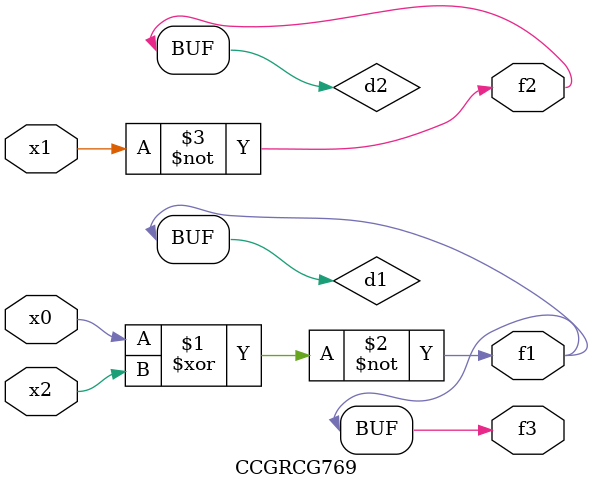
<source format=v>
module CCGRCG769(
	input x0, x1, x2,
	output f1, f2, f3
);

	wire d1, d2, d3;

	xnor (d1, x0, x2);
	nand (d2, x1);
	nor (d3, x1, x2);
	assign f1 = d1;
	assign f2 = d2;
	assign f3 = d1;
endmodule

</source>
